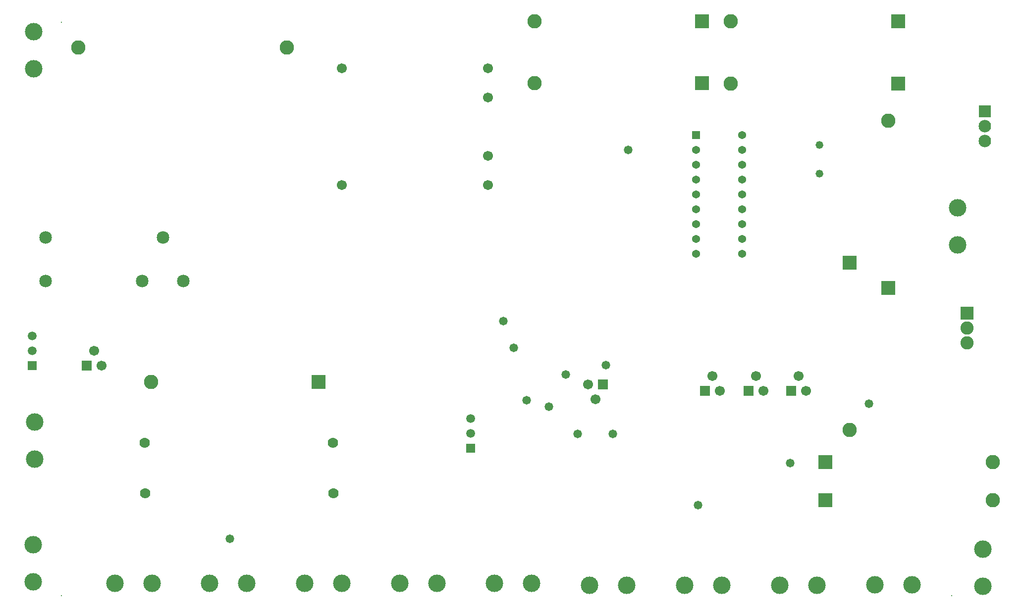
<source format=gbs>
G04*
G04 #@! TF.GenerationSoftware,Altium Limited,Altium Designer,20.0.13 (296)*
G04*
G04 Layer_Color=16711935*
%FSLAX23Y23*%
%MOIN*%
G70*
G01*
G75*
%ADD22C,0.008*%
%ADD23R,0.097X0.097*%
%ADD24C,0.097*%
%ADD25C,0.067*%
%ADD26C,0.118*%
%ADD27R,0.067X0.067*%
%ADD28C,0.067*%
%ADD29R,0.054X0.054*%
%ADD30C,0.054*%
%ADD31R,0.084X0.084*%
%ADD32C,0.084*%
%ADD33R,0.089X0.089*%
%ADD34C,0.089*%
%ADD35C,0.052*%
%ADD36R,0.059X0.059*%
%ADD37C,0.059*%
%ADD38C,0.070*%
%ADD39C,0.085*%
%ADD40R,0.097X0.097*%
%ADD41C,0.058*%
D22*
X6410Y165D02*
D03*
X420D02*
D03*
Y4030D02*
D03*
D23*
X6050Y3615D02*
D03*
X6051Y4035D02*
D03*
X4730D02*
D03*
X4731Y3620D02*
D03*
X2150Y1605D02*
D03*
X5560Y810D02*
D03*
Y1065D02*
D03*
D24*
X4924Y3615D02*
D03*
X4925Y4035D02*
D03*
X3604D02*
D03*
X3605Y3620D02*
D03*
X1936Y3860D02*
D03*
X534D02*
D03*
X1024Y1605D02*
D03*
X5985Y3366D02*
D03*
X6686Y810D02*
D03*
Y1065D02*
D03*
X5725Y1284D02*
D03*
D25*
X2306Y2933D02*
D03*
Y3721D02*
D03*
X3290D02*
D03*
Y3524D02*
D03*
Y3130D02*
D03*
Y2933D02*
D03*
D26*
X235Y3715D02*
D03*
Y3965D02*
D03*
X3335Y250D02*
D03*
X3585D02*
D03*
X2696D02*
D03*
X2946D02*
D03*
X2057D02*
D03*
X2307D02*
D03*
X1418D02*
D03*
X1668D02*
D03*
X4863Y237D02*
D03*
X4613D02*
D03*
X779Y250D02*
D03*
X1029D02*
D03*
X230Y510D02*
D03*
Y260D02*
D03*
X240Y1085D02*
D03*
Y1335D02*
D03*
X6450Y2780D02*
D03*
Y2530D02*
D03*
X3974Y237D02*
D03*
X4224D02*
D03*
X6620Y230D02*
D03*
Y480D02*
D03*
X6145Y240D02*
D03*
X5895D02*
D03*
X5502Y237D02*
D03*
X5252D02*
D03*
D27*
X4065Y1590D02*
D03*
X590Y1715D02*
D03*
X5330Y1545D02*
D03*
X5045D02*
D03*
X4750D02*
D03*
D28*
X4015Y1490D02*
D03*
X3965Y1590D02*
D03*
X640Y1815D02*
D03*
X690Y1715D02*
D03*
X5380Y1645D02*
D03*
X5430Y1545D02*
D03*
X5095Y1645D02*
D03*
X5145Y1545D02*
D03*
X4800Y1645D02*
D03*
X4850Y1545D02*
D03*
D29*
X4689Y3270D02*
D03*
D30*
Y3170D02*
D03*
Y3070D02*
D03*
Y2970D02*
D03*
Y2870D02*
D03*
Y2770D02*
D03*
Y2670D02*
D03*
Y2570D02*
D03*
Y2470D02*
D03*
X5001D02*
D03*
Y2570D02*
D03*
Y2670D02*
D03*
Y2770D02*
D03*
Y2870D02*
D03*
Y2970D02*
D03*
Y3070D02*
D03*
Y3170D02*
D03*
Y3270D02*
D03*
D31*
X6635Y3430D02*
D03*
D32*
Y3330D02*
D03*
Y3230D02*
D03*
D33*
X6515Y2070D02*
D03*
D34*
Y1970D02*
D03*
Y1870D02*
D03*
D35*
X5520Y3202D02*
D03*
Y3010D02*
D03*
D36*
X3175Y1160D02*
D03*
X225Y1715D02*
D03*
D37*
X3175Y1260D02*
D03*
Y1360D02*
D03*
X225Y1815D02*
D03*
Y1915D02*
D03*
D38*
X982Y855D02*
D03*
X2250D02*
D03*
X980Y1195D02*
D03*
X2248D02*
D03*
D39*
X315Y2580D02*
D03*
X1103D02*
D03*
X1241Y2285D02*
D03*
X965D02*
D03*
X315D02*
D03*
D40*
X5985Y2240D02*
D03*
X5725Y2410D02*
D03*
D41*
X5855Y1460D02*
D03*
X3550Y1483D02*
D03*
X4130Y1255D02*
D03*
X3895Y1255D02*
D03*
X3700Y1440D02*
D03*
X3815Y1655D02*
D03*
X1555Y550D02*
D03*
X3465Y1835D02*
D03*
X4085Y1720D02*
D03*
X4235Y3170D02*
D03*
X4705Y775D02*
D03*
X5325Y1060D02*
D03*
X3395Y2015D02*
D03*
M02*

</source>
